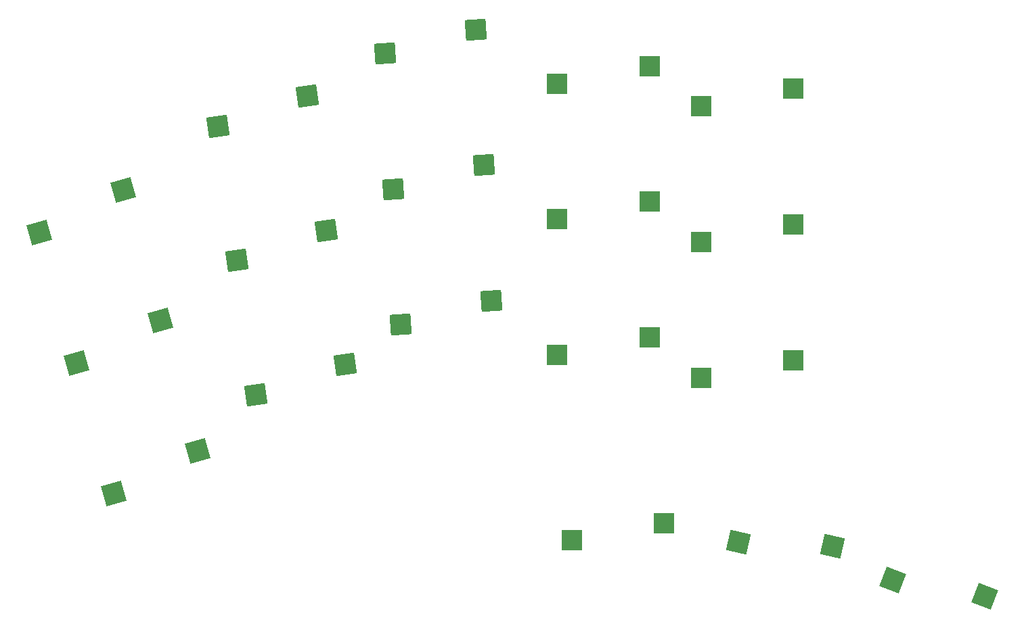
<source format=gbr>
%TF.GenerationSoftware,KiCad,Pcbnew,7.0.2-0*%
%TF.CreationDate,2023-05-15T17:52:10-04:00*%
%TF.ProjectId,mini,6d696e69-2e6b-4696-9361-645f70636258,v1.0.0*%
%TF.SameCoordinates,Original*%
%TF.FileFunction,Paste,Top*%
%TF.FilePolarity,Positive*%
%FSLAX46Y46*%
G04 Gerber Fmt 4.6, Leading zero omitted, Abs format (unit mm)*
G04 Created by KiCad (PCBNEW 7.0.2-0) date 2023-05-15 17:52:10*
%MOMM*%
%LPD*%
G01*
G04 APERTURE LIST*
G04 Aperture macros list*
%AMRotRect*
0 Rectangle, with rotation*
0 The origin of the aperture is its center*
0 $1 length*
0 $2 width*
0 $3 Rotation angle, in degrees counterclockwise*
0 Add horizontal line*
21,1,$1,$2,0,0,$3*%
G04 Aperture macros list end*
%ADD10R,2.600000X2.600000*%
%ADD11RotRect,2.600000X2.600000X16.000000*%
%ADD12RotRect,2.600000X2.600000X339.000000*%
%ADD13RotRect,2.600000X2.600000X8.000000*%
%ADD14RotRect,2.600000X2.600000X347.000000*%
%ADD15RotRect,2.600000X2.600000X4.000000*%
G04 APERTURE END LIST*
D10*
%TO.C,S13*%
X176021574Y-81983756D03*
X164471574Y-84183756D03*
%TD*%
D11*
%TO.C,S1*%
X101508090Y-93377781D03*
X91011919Y-98676168D03*
%TD*%
D12*
%TO.C,S18*%
X199975354Y-111589980D03*
X188404091Y-109504708D03*
%TD*%
D13*
%TO.C,S5*%
X117537253Y-65733224D03*
X106405838Y-69519263D03*
%TD*%
D14*
%TO.C,S17*%
X180876095Y-105272969D03*
X169127228Y-104818398D03*
%TD*%
D10*
%TO.C,S12*%
X158021574Y-45150423D03*
X146471574Y-47350423D03*
%TD*%
D11*
%TO.C,S3*%
X92136420Y-60694883D03*
X81640249Y-65993270D03*
%TD*%
D15*
%TO.C,S8*%
X137274411Y-57594137D03*
X125906011Y-60594466D03*
%TD*%
%TO.C,S9*%
X136288063Y-40621597D03*
X124919663Y-43621926D03*
%TD*%
D10*
%TO.C,S16*%
X159821574Y-102383756D03*
X148271574Y-104583756D03*
%TD*%
D13*
%TO.C,S4*%
X119903196Y-82567781D03*
X108771781Y-86353820D03*
%TD*%
D10*
%TO.C,S14*%
X176021574Y-64983756D03*
X164471574Y-67183756D03*
%TD*%
D15*
%TO.C,S7*%
X138260758Y-74566678D03*
X126892358Y-77567007D03*
%TD*%
D10*
%TO.C,S10*%
X158021574Y-79150423D03*
X146471574Y-81350423D03*
%TD*%
%TO.C,S11*%
X158021574Y-62150423D03*
X146471574Y-64350423D03*
%TD*%
D13*
%TO.C,S6*%
X115171310Y-48898666D03*
X104039895Y-52684705D03*
%TD*%
D11*
%TO.C,S2*%
X96822255Y-77036332D03*
X86326084Y-82334719D03*
%TD*%
D10*
%TO.C,S15*%
X176021574Y-47983756D03*
X164471574Y-50183756D03*
%TD*%
M02*

</source>
